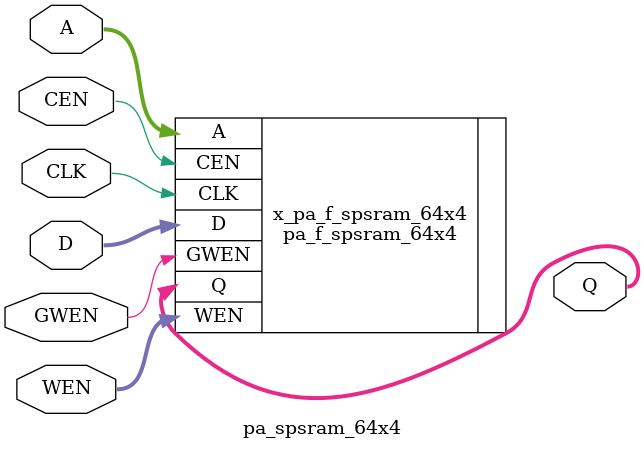
<source format=v>
/*Copyright 2020-2021 T-Head Semiconductor Co., Ltd.

Licensed under the Apache License, Version 2.0 (the "License");
you may not use this file except in compliance with the License.
You may obtain a copy of the License at

    http://www.apache.org/licenses/LICENSE-2.0

Unless required by applicable law or agreed to in writing, software
distributed under the License is distributed on an "AS IS" BASIS,
WITHOUT WARRANTIES OR CONDITIONS OF ANY KIND, either express or implied.
See the License for the specific language governing permissions and
limitations under the License.
*/

// &ModuleBeg; @22
module pa_spsram_64x4(
  A,
  CEN,
  CLK,
  D,
  GWEN,
  Q,
  WEN
);

// &Ports; @23
input   [5:0]  A;   
input          CEN; 
input          CLK; 
input   [3:0]  D;   
input          GWEN; 
input   [3:0]  WEN; 
output  [3:0]  Q;   

// &Regs; @24

// &Wires; @25
wire    [5:0]  A;   
wire           CEN; 
wire           CLK; 
wire    [3:0]  D;   
wire           GWEN; 
wire    [3:0]  Q;   
wire    [3:0]  WEN; 


//**********************************************************
//                  Parameter Definition
//**********************************************************
parameter ADDR_WIDTH = 6;
parameter DATA_WIDTH = 4;
parameter WE_WIDTH   = 4;

// &Force("bus","Q",DATA_WIDTH-1,0); @34
// &Force("bus","WEN",WE_WIDTH-1,0); @35
// &Force("bus","A",ADDR_WIDTH-1,0); @36
// &Force("bus","D",DATA_WIDTH-1,0); @37

//  //********************************************************
//  //*                        FPGA memory                   *
//  //********************************************************
//   &Instance("pa_f_spsram_64x4"); @43
pa_f_spsram_64x4  x_pa_f_spsram_64x4 (
  .A    (A   ),
  .CEN  (CEN ),
  .CLK  (CLK ),
  .D    (D   ),
  .GWEN (GWEN),
  .Q    (Q   ),
  .WEN  (WEN )
);

//   &Instance("pa_tsmc_spsram_64x4"); @49

// &ModuleEnd; @65
endmodule



</source>
